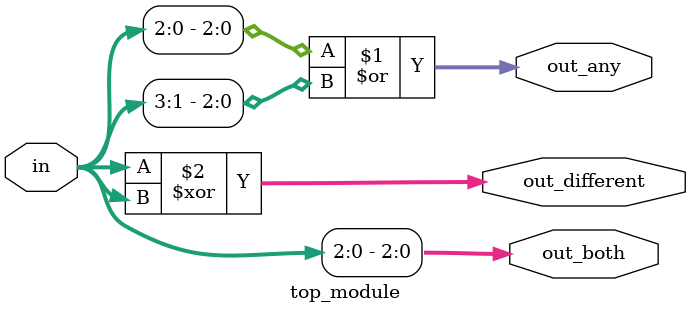
<source format=sv>
module top_module (
    input [3:0] in,
    output [2:0] out_both,
    output [3:0] out_any,
    output [3:0] out_different
);

assign out_both = in[2:0];
assign out_any = in[2:0] | in[3:1];
assign out_different = in ^ {in[3:1], in[0]};

endmodule

</source>
